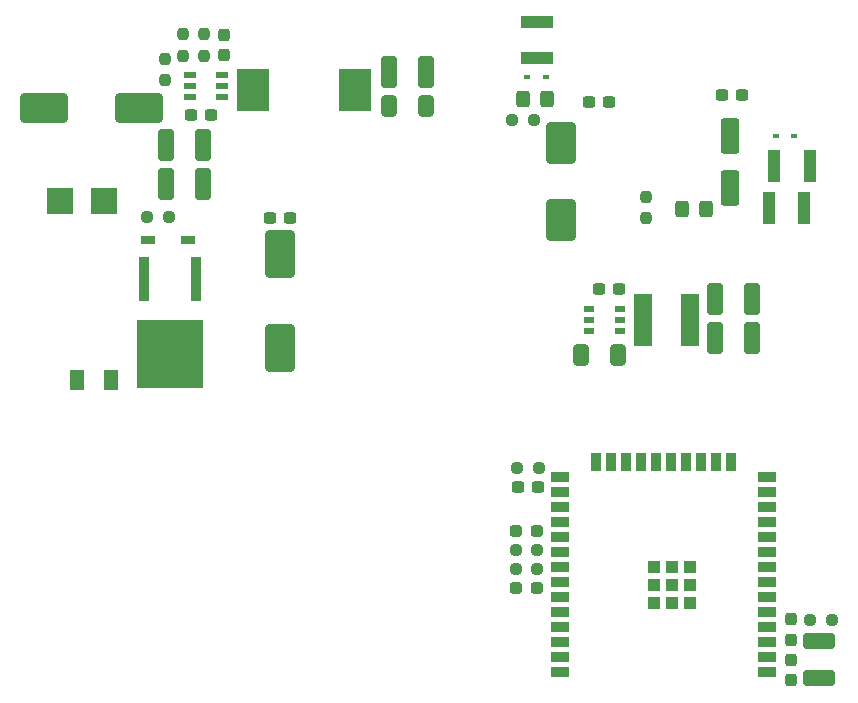
<source format=gbr>
%TF.GenerationSoftware,KiCad,Pcbnew,9.0.4*%
%TF.CreationDate,2025-11-21T04:25:38-05:00*%
%TF.ProjectId,pdb_v2,7064625f-7632-42e6-9b69-6361645f7063,v1*%
%TF.SameCoordinates,Original*%
%TF.FileFunction,Paste,Top*%
%TF.FilePolarity,Positive*%
%FSLAX46Y46*%
G04 Gerber Fmt 4.6, Leading zero omitted, Abs format (unit mm)*
G04 Created by KiCad (PCBNEW 9.0.4) date 2025-11-21 04:25:38*
%MOMM*%
%LPD*%
G01*
G04 APERTURE LIST*
G04 Aperture macros list*
%AMRoundRect*
0 Rectangle with rounded corners*
0 $1 Rounding radius*
0 $2 $3 $4 $5 $6 $7 $8 $9 X,Y pos of 4 corners*
0 Add a 4 corners polygon primitive as box body*
4,1,4,$2,$3,$4,$5,$6,$7,$8,$9,$2,$3,0*
0 Add four circle primitives for the rounded corners*
1,1,$1+$1,$2,$3*
1,1,$1+$1,$4,$5*
1,1,$1+$1,$6,$7*
1,1,$1+$1,$8,$9*
0 Add four rect primitives between the rounded corners*
20,1,$1+$1,$2,$3,$4,$5,0*
20,1,$1+$1,$4,$5,$6,$7,0*
20,1,$1+$1,$6,$7,$8,$9,0*
20,1,$1+$1,$8,$9,$2,$3,0*%
G04 Aperture macros list end*
%ADD10R,0.914400X3.708400*%
%ADD11R,5.562600X5.791200*%
%ADD12R,1.050000X1.050000*%
%ADD13R,1.500000X0.900000*%
%ADD14R,0.900000X1.500000*%
%ADD15RoundRect,0.250000X1.750000X1.000000X-1.750000X1.000000X-1.750000X-1.000000X1.750000X-1.000000X0*%
%ADD16R,0.508000X0.355600*%
%ADD17RoundRect,0.237500X0.287500X0.237500X-0.287500X0.237500X-0.287500X-0.237500X0.287500X-0.237500X0*%
%ADD18RoundRect,0.237500X-0.300000X-0.237500X0.300000X-0.237500X0.300000X0.237500X-0.300000X0.237500X0*%
%ADD19RoundRect,0.250000X-1.000000X1.500000X-1.000000X-1.500000X1.000000X-1.500000X1.000000X1.500000X0*%
%ADD20RoundRect,0.250000X-0.412500X-1.100000X0.412500X-1.100000X0.412500X1.100000X-0.412500X1.100000X0*%
%ADD21RoundRect,0.237500X0.250000X0.237500X-0.250000X0.237500X-0.250000X-0.237500X0.250000X-0.237500X0*%
%ADD22R,1.100000X0.599999*%
%ADD23R,0.990600X2.794000*%
%ADD24R,2.180400X2.210000*%
%ADD25RoundRect,0.250000X-0.412500X-0.650000X0.412500X-0.650000X0.412500X0.650000X-0.412500X0.650000X0*%
%ADD26RoundRect,0.237500X-0.237500X0.250000X-0.237500X-0.250000X0.237500X-0.250000X0.237500X0.250000X0*%
%ADD27RoundRect,0.250000X-1.000000X1.750000X-1.000000X-1.750000X1.000000X-1.750000X1.000000X1.750000X0*%
%ADD28R,2.700000X3.600000*%
%ADD29RoundRect,0.250000X-0.325000X-0.450000X0.325000X-0.450000X0.325000X0.450000X-0.325000X0.450000X0*%
%ADD30RoundRect,0.092500X-0.517500X-0.277500X0.517500X-0.277500X0.517500X0.277500X-0.517500X0.277500X0*%
%ADD31RoundRect,0.237500X0.237500X-0.300000X0.237500X0.300000X-0.237500X0.300000X-0.237500X-0.300000X0*%
%ADD32RoundRect,0.250000X-1.100000X0.412500X-1.100000X-0.412500X1.100000X-0.412500X1.100000X0.412500X0*%
%ADD33RoundRect,0.237500X0.300000X0.237500X-0.300000X0.237500X-0.300000X-0.237500X0.300000X-0.237500X0*%
%ADD34R,1.270000X1.778000*%
%ADD35RoundRect,0.237500X0.237500X-0.250000X0.237500X0.250000X-0.237500X0.250000X-0.237500X-0.250000X0*%
%ADD36RoundRect,0.237500X-0.250000X-0.237500X0.250000X-0.237500X0.250000X0.237500X-0.250000X0.237500X0*%
%ADD37R,2.794000X0.990600*%
%ADD38R,0.901700X0.508000*%
%ADD39R,1.600200X4.495800*%
%ADD40RoundRect,0.250000X0.550000X-1.250000X0.550000X1.250000X-0.550000X1.250000X-0.550000X-1.250000X0*%
%ADD41RoundRect,0.237500X-0.237500X0.300000X-0.237500X-0.300000X0.237500X-0.300000X0.237500X0.300000X0*%
G04 APERTURE END LIST*
D10*
%TO.C,Q1*%
X29637500Y-36787500D03*
D11*
X31832499Y-43137500D03*
D10*
X34027498Y-36787500D03*
%TD*%
D12*
%TO.C,U2*%
X72756795Y-61205000D03*
X72756795Y-62730000D03*
X72756795Y-64255000D03*
X74281795Y-61205000D03*
X74281795Y-62730000D03*
X74281795Y-64255000D03*
X75806795Y-61205000D03*
X75806795Y-62730000D03*
X75806795Y-64255000D03*
D13*
X64851795Y-70070000D03*
X64851795Y-68800000D03*
X64851795Y-67530000D03*
X64851795Y-66260000D03*
X64851795Y-64990000D03*
X64851795Y-63720000D03*
X64851795Y-62450000D03*
X64851795Y-61180000D03*
X64851795Y-59910000D03*
X64851795Y-58640000D03*
X64851795Y-57370000D03*
X64851795Y-56100000D03*
X64851795Y-54830000D03*
X64851795Y-53560000D03*
D14*
X67881795Y-52310000D03*
X69151795Y-52310000D03*
X70421795Y-52310000D03*
X71691795Y-52310000D03*
X72961795Y-52310000D03*
X74231795Y-52310000D03*
X75501795Y-52310000D03*
X76771795Y-52310000D03*
X78041795Y-52310000D03*
X79311795Y-52310000D03*
D13*
X82351795Y-53560000D03*
X82351795Y-54830000D03*
X82351795Y-56100000D03*
X82351795Y-57370000D03*
X82351795Y-58640000D03*
X82351795Y-59910000D03*
X82351795Y-61180000D03*
X82351795Y-62450000D03*
X82351795Y-63720000D03*
X82351795Y-64990000D03*
X82351795Y-66260000D03*
X82351795Y-67530000D03*
X82351795Y-68800000D03*
X82351795Y-70070000D03*
%TD*%
D15*
%TO.C,C9*%
X29137500Y-22337500D03*
X21137500Y-22337500D03*
%TD*%
D16*
%TO.C,D9*%
X83074900Y-24725001D03*
X84675100Y-24725001D03*
%TD*%
D17*
%TO.C,D6*%
X62862500Y-63000000D03*
X61112500Y-63000000D03*
%TD*%
D18*
%TO.C,C21*%
X68100000Y-37687500D03*
X69825000Y-37687500D03*
%TD*%
D17*
%TO.C,D5*%
X62862500Y-58150000D03*
X61112500Y-58150000D03*
%TD*%
D18*
%TO.C,C12*%
X33575000Y-22900000D03*
X35300000Y-22900000D03*
%TD*%
D19*
%TO.C,C3*%
X64937500Y-25334700D03*
X64937500Y-31834700D03*
%TD*%
D20*
%TO.C,C11*%
X31487500Y-25500000D03*
X34612500Y-25500000D03*
%TD*%
D21*
%TO.C,R3*%
X87812500Y-65650000D03*
X85987500Y-65650000D03*
%TD*%
D22*
%TO.C,U1*%
X33521516Y-19550998D03*
X33521516Y-20500999D03*
X33521516Y-21451000D03*
X36221500Y-21451000D03*
X36221500Y-20500999D03*
X36221500Y-19550998D03*
%TD*%
D21*
%TO.C,R1*%
X31712500Y-31600000D03*
X29887500Y-31600000D03*
%TD*%
D23*
%TO.C,F6*%
X85972200Y-27275001D03*
X82975000Y-27275001D03*
%TD*%
D24*
%TO.C,D1*%
X26200000Y-30200000D03*
X22485600Y-30200000D03*
%TD*%
D23*
%TO.C,F4*%
X82476400Y-30775001D03*
X85473600Y-30775001D03*
%TD*%
D25*
%TO.C,C14*%
X50337500Y-22150000D03*
X53462500Y-22150000D03*
%TD*%
D26*
%TO.C,R4*%
X72125000Y-29861251D03*
X72125000Y-31686251D03*
%TD*%
D20*
%TO.C,C23*%
X77975000Y-41787500D03*
X81100000Y-41787500D03*
%TD*%
D27*
%TO.C,C1*%
X41127498Y-34687500D03*
X41127498Y-42687500D03*
%TD*%
D28*
%TO.C,L1*%
X38800000Y-20787500D03*
X47500000Y-20787500D03*
%TD*%
D25*
%TO.C,C20*%
X66600000Y-43287500D03*
X69725000Y-43287500D03*
%TD*%
D29*
%TO.C,D3*%
X61712500Y-21584700D03*
X63762500Y-21584700D03*
%TD*%
D20*
%TO.C,C22*%
X77975000Y-38537500D03*
X81100000Y-38537500D03*
%TD*%
D30*
%TO.C,D2*%
X29952498Y-33487500D03*
X33302498Y-33487500D03*
%TD*%
D31*
%TO.C,C5*%
X84350000Y-67362500D03*
X84350000Y-65637500D03*
%TD*%
D21*
%TO.C,R2*%
X62600000Y-23384700D03*
X60775000Y-23384700D03*
%TD*%
D31*
%TO.C,C13*%
X36387500Y-17850000D03*
X36387500Y-16125000D03*
%TD*%
D18*
%TO.C,C4*%
X67275000Y-21825000D03*
X69000000Y-21825000D03*
%TD*%
D32*
%TO.C,C16*%
X86750000Y-67487500D03*
X86750000Y-70612500D03*
%TD*%
D33*
%TO.C,C6*%
X62964295Y-54469647D03*
X61239295Y-54469647D03*
%TD*%
D34*
%TO.C,F1*%
X23955200Y-45400000D03*
X26800000Y-45400000D03*
%TD*%
D35*
%TO.C,R6*%
X34637500Y-17912500D03*
X34637500Y-16087500D03*
%TD*%
D29*
%TO.C,D8*%
X75150000Y-30875001D03*
X77200000Y-30875001D03*
%TD*%
D36*
%TO.C,R8*%
X61189295Y-52850000D03*
X63014295Y-52850000D03*
%TD*%
D18*
%TO.C,C2*%
X40275000Y-31662500D03*
X42000000Y-31662500D03*
%TD*%
D37*
%TO.C,F2*%
X62837500Y-18084700D03*
X62837500Y-15087500D03*
%TD*%
D26*
%TO.C,R5*%
X32887500Y-16087500D03*
X32887500Y-17912500D03*
%TD*%
D38*
%TO.C,U3*%
X67259000Y-39337498D03*
X67259000Y-40287499D03*
X67259000Y-41237500D03*
X69862500Y-41237500D03*
X69862500Y-40287499D03*
X69862500Y-39337498D03*
%TD*%
D21*
%TO.C,R9*%
X62900000Y-59800000D03*
X61075000Y-59800000D03*
%TD*%
D16*
%TO.C,D4*%
X63637600Y-19734700D03*
X62037400Y-19734700D03*
%TD*%
D39*
%TO.C,L3*%
X71887499Y-40275000D03*
X75787501Y-40275000D03*
%TD*%
D21*
%TO.C,R10*%
X62900000Y-61400000D03*
X61075000Y-61400000D03*
%TD*%
D20*
%TO.C,C15*%
X50337500Y-19300000D03*
X53462500Y-19300000D03*
%TD*%
%TO.C,C10*%
X31487500Y-28750000D03*
X34612500Y-28750000D03*
%TD*%
D40*
%TO.C,C7*%
X79175000Y-29075001D03*
X79175000Y-24675001D03*
%TD*%
D18*
%TO.C,C24*%
X78525000Y-21215950D03*
X80250000Y-21215950D03*
%TD*%
D26*
%TO.C,R7*%
X31337500Y-18187500D03*
X31337500Y-20012500D03*
%TD*%
D41*
%TO.C,C17*%
X84351795Y-69037500D03*
X84351795Y-70762500D03*
%TD*%
M02*

</source>
